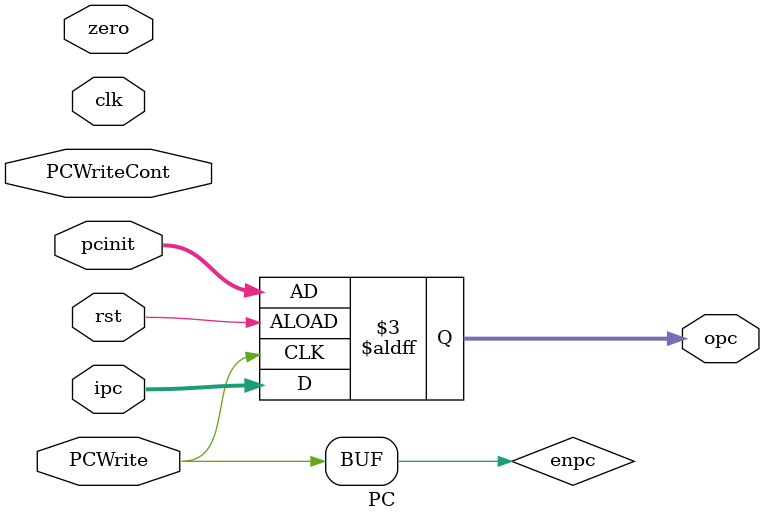
<source format=v>
`timescale 1ns / 1ps


module PC(clk,zero,PCWriteCont,PCWrite,ipc,opc,pcinit,rst);
input clk,zero,PCWriteCont,PCWrite,rst;
input [31:0] ipc,pcinit;
output reg [31:0] opc;
wire enpc;
reg [31:0] ippc;
assign enpc=(PCWrite) ;//| (PCWriteCont & zero)
always@(posedge enpc or posedge rst )
begin
    if(rst)
        opc=pcinit;
    else if(enpc)
        opc=ipc;
    else if(!enpc)
        opc=opc;
end
endmodule


</source>
